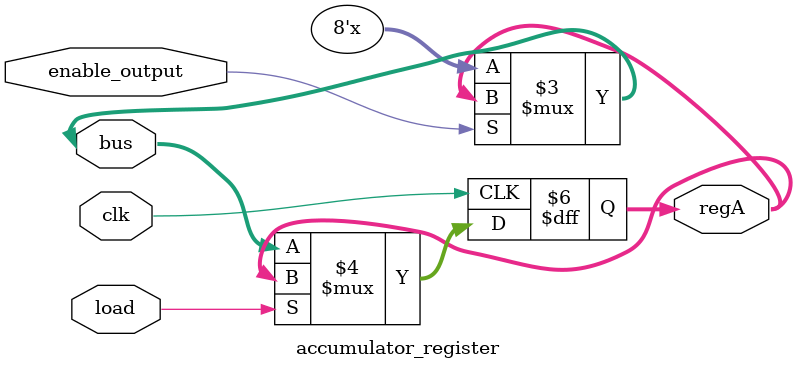
<source format=v>
module accumulator_register (
    input  wire       clk, // Clock signal
    inout  wire [7:0] bus,
    input  wire       load, // Load into regA from the 8 bit bus when 0,
    input  wire       enable_output, // Output regA to the 8 bit bus when 1,
    output reg  [7:0] regA
);

  always @(posedge clk ) begin
    if (!load)
        regA <= bus;
  end
  assign bus = enable_output ? regA : 8'bZZZZZZZZ; // Tri-state buffer to connect to the bus;
  
endmodule
</source>
